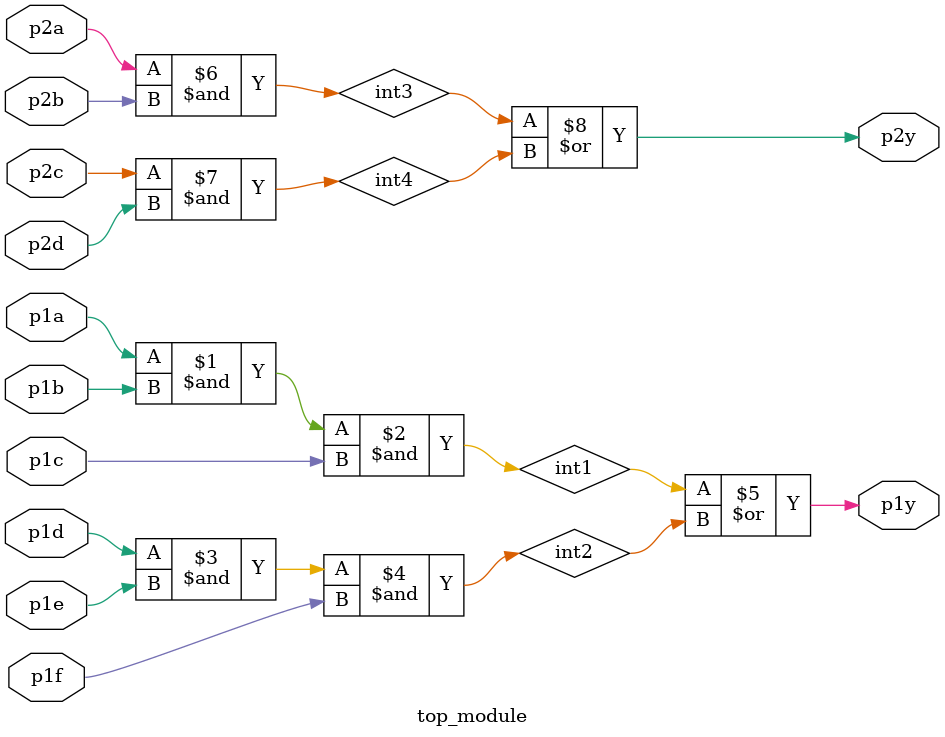
<source format=sv>
module top_module(
	input p1a, 
	input p1b, 
	input p1c, 
	input p1d,
	input p1e,
	input p1f,
	output p1y, 
	input p2a, 
	input p2b, 
	input p2c, 
	input p2d, 
	output p2y
);
	
	// Intermediate wires for internal signals
	wire int1;
	wire int2;
	wire int3;
	wire int4;
	
	// Logic for p1y
	assign int1 = p1a & p1b & p1c;
	assign int2 = p1d & p1e & p1f;
	assign p1y = int1 | int2;
	
	// Logic for p2y
	assign int3 = p2a & p2b;
	assign int4 = p2c & p2d;
	assign p2y = int3 | int4;

endmodule

</source>
